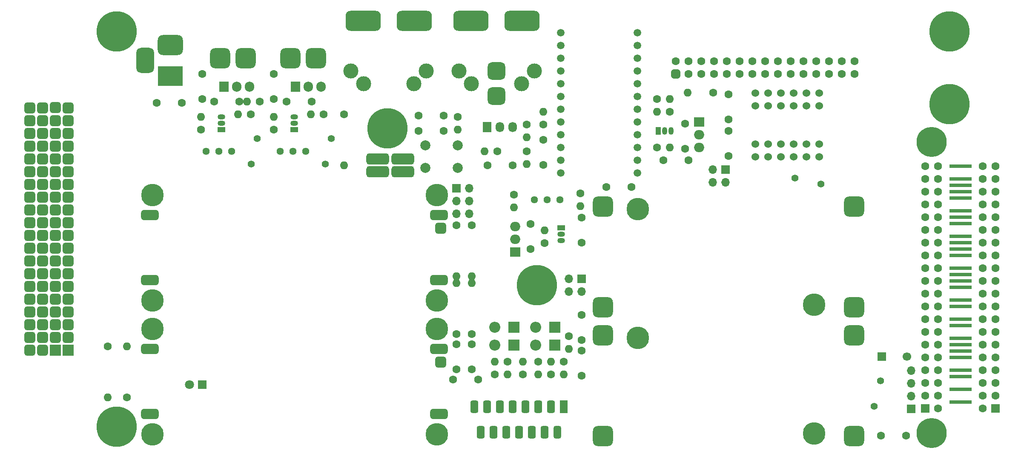
<source format=gbr>
%TF.GenerationSoftware,KiCad,Pcbnew,6.0.2-378541a8eb~116~ubuntu20.04.1*%
%TF.CreationDate,2022-03-22T16:19:33+00:00*%
%TF.ProjectId,Main board,4d61696e-2062-46f6-9172-642e6b696361,V1.0*%
%TF.SameCoordinates,Original*%
%TF.FileFunction,Soldermask,Bot*%
%TF.FilePolarity,Negative*%
%FSLAX46Y46*%
G04 Gerber Fmt 4.6, Leading zero omitted, Abs format (unit mm)*
G04 Created by KiCad (PCBNEW 6.0.2-378541a8eb~116~ubuntu20.04.1) date 2022-03-22 16:19:33*
%MOMM*%
%LPD*%
G01*
G04 APERTURE LIST*
G04 Aperture macros list*
%AMRoundRect*
0 Rectangle with rounded corners*
0 $1 Rounding radius*
0 $2 $3 $4 $5 $6 $7 $8 $9 X,Y pos of 4 corners*
0 Add a 4 corners polygon primitive as box body*
4,1,4,$2,$3,$4,$5,$6,$7,$8,$9,$2,$3,0*
0 Add four circle primitives for the rounded corners*
1,1,$1+$1,$2,$3*
1,1,$1+$1,$4,$5*
1,1,$1+$1,$6,$7*
1,1,$1+$1,$8,$9*
0 Add four rect primitives between the rounded corners*
20,1,$1+$1,$2,$3,$4,$5,0*
20,1,$1+$1,$4,$5,$6,$7,0*
20,1,$1+$1,$6,$7,$8,$9,0*
20,1,$1+$1,$8,$9,$2,$3,0*%
G04 Aperture macros list end*
%ADD10C,1.600000*%
%ADD11R,4.500000X0.750000*%
%ADD12R,1.700000X1.700000*%
%ADD13C,6.000000*%
%ADD14O,1.500000X1.050000*%
%ADD15R,1.500000X1.050000*%
%ADD16RoundRect,1.000000X-1.000000X-1.000000X1.000000X-1.000000X1.000000X1.000000X-1.000000X1.000000X0*%
%ADD17C,4.500000*%
%ADD18RoundRect,1.000000X1.000000X-1.000000X1.000000X1.000000X-1.000000X1.000000X-1.000000X-1.000000X0*%
%ADD19RoundRect,1.000000X-1.500000X1.000000X-1.500000X-1.000000X1.500000X-1.000000X1.500000X1.000000X0*%
%ADD20RoundRect,0.875000X-0.875000X1.625000X-0.875000X-1.625000X0.875000X-1.625000X0.875000X1.625000X0*%
%ADD21R,5.000000X4.000000*%
%ADD22C,1.400000*%
%ADD23O,2.000000X1.905000*%
%ADD24R,2.000000X1.905000*%
%ADD25O,1.905000X2.000000*%
%ADD26R,1.905000X2.000000*%
%ADD27O,1.600000X1.600000*%
%ADD28C,2.000000*%
%ADD29O,1.050000X1.500000*%
%ADD30R,1.050000X1.500000*%
%ADD31O,1.700000X1.700000*%
%ADD32RoundRect,0.450000X0.450000X0.450000X-0.450000X0.450000X-0.450000X-0.450000X0.450000X-0.450000X0*%
%ADD33C,8.000000*%
%ADD34RoundRect,0.550000X-0.550000X-0.550000X0.550000X-0.550000X0.550000X0.550000X-0.550000X0.550000X0*%
%ADD35RoundRect,0.500000X-1.250000X-0.500000X1.250000X-0.500000X1.250000X0.500000X-1.250000X0.500000X0*%
%ADD36C,1.500000*%
%ADD37RoundRect,1.000000X-2.500000X1.000000X-2.500000X-1.000000X2.500000X-1.000000X2.500000X1.000000X0*%
%ADD38RoundRect,0.875000X-0.875000X0.875000X-0.875000X-0.875000X0.875000X-0.875000X0.875000X0.875000X0*%
%ADD39C,3.000000*%
%ADD40O,2.200000X2.200000*%
%ADD41R,2.200000X2.200000*%
%ADD42C,1.524000*%
%ADD43C,1.440000*%
%ADD44RoundRect,0.562500X-1.687500X-0.562500X1.687500X-0.562500X1.687500X0.562500X-1.687500X0.562500X0*%
%ADD45C,1.700000*%
%ADD46RoundRect,0.400000X0.400000X0.850000X-0.400000X0.850000X-0.400000X-0.850000X0.400000X-0.850000X0*%
%ADD47RoundRect,0.375000X0.375000X0.875000X-0.375000X0.875000X-0.375000X-0.875000X0.375000X-0.875000X0*%
%ADD48R,1.600000X2.500000*%
%ADD49O,1.730000X2.030000*%
%ADD50R,1.730000X2.030000*%
%ADD51C,1.800000*%
%ADD52R,1.800000X1.800000*%
G04 APERTURE END LIST*
D10*
%TO.C,J10*%
X236982000Y-92920000D03*
D11*
X241427000Y-92920000D03*
D10*
X245872000Y-92920000D03*
X234442000Y-92920000D03*
X248412000Y-92920000D03*
X236982000Y-95460000D03*
D11*
X241427000Y-95460000D03*
D10*
X245872000Y-95460000D03*
D11*
X241427000Y-96730000D03*
D10*
X234442000Y-95460000D03*
X248412000Y-95460000D03*
X245872000Y-98000000D03*
D11*
X241427000Y-98000000D03*
D10*
X236982000Y-98000000D03*
X234442000Y-98000000D03*
X248412000Y-98000000D03*
D11*
X241427000Y-99270000D03*
D10*
X236982000Y-100540000D03*
X245872000Y-100540000D03*
X248412000Y-100540000D03*
D11*
X241427000Y-101810000D03*
D10*
X234442000Y-100540000D03*
D11*
X241427000Y-103080000D03*
D10*
X236982000Y-103080000D03*
X245872000Y-103080000D03*
D11*
X241427000Y-104350000D03*
D10*
X248412000Y-103080000D03*
X234442000Y-103080000D03*
X236982000Y-105620000D03*
X245872000Y-105620000D03*
X234442000Y-105620000D03*
X248412000Y-105620000D03*
D11*
X241427000Y-106890000D03*
X241427000Y-108160000D03*
D10*
X245872000Y-108160000D03*
X236982000Y-108160000D03*
X234442000Y-108160000D03*
X248412000Y-108160000D03*
D11*
X241427000Y-109430000D03*
D10*
X236982000Y-110700000D03*
D11*
X241427000Y-110700000D03*
D10*
X245872000Y-110700000D03*
X234442000Y-110700000D03*
X248412000Y-110700000D03*
X236982000Y-113240000D03*
X245872000Y-113240000D03*
D11*
X241427000Y-113240000D03*
D10*
X248412000Y-113240000D03*
X234442000Y-113240000D03*
D11*
X241427000Y-114510000D03*
D10*
X236982000Y-115780000D03*
X245872000Y-115780000D03*
D11*
X241427000Y-115780000D03*
X241427000Y-117050000D03*
D10*
X248412000Y-115780000D03*
X234442000Y-115780000D03*
X236982000Y-118320000D03*
X245872000Y-118320000D03*
X248412000Y-118320000D03*
X234442000Y-118320000D03*
D11*
X241427000Y-119590000D03*
D10*
X236982000Y-120860000D03*
D11*
X241427000Y-120860000D03*
D10*
X245872000Y-120860000D03*
X248412000Y-120860000D03*
X234442000Y-120860000D03*
X236982000Y-123400000D03*
X245872000Y-123400000D03*
D11*
X241427000Y-123400000D03*
D10*
X248412000Y-123400000D03*
D11*
X241427000Y-124670000D03*
D10*
X234442000Y-123400000D03*
X245872000Y-125940000D03*
X236982000Y-125940000D03*
X234442000Y-125940000D03*
X248412000Y-125940000D03*
D11*
X241427000Y-127210000D03*
D10*
X245872000Y-128480000D03*
D11*
X241427000Y-128480000D03*
D10*
X236982000Y-128480000D03*
X234442000Y-128480000D03*
D11*
X241427000Y-129750000D03*
D10*
X248412000Y-128480000D03*
X236982000Y-131020000D03*
X245872000Y-131020000D03*
D11*
X241427000Y-131020000D03*
D10*
X234442000Y-131020000D03*
X248412000Y-131020000D03*
X245872000Y-133560000D03*
D11*
X241427000Y-133560000D03*
D10*
X236982000Y-133560000D03*
D11*
X241427000Y-134830000D03*
D10*
X234442000Y-133560000D03*
X248412000Y-133560000D03*
X236982000Y-136100000D03*
X245872000Y-136100000D03*
D11*
X241427000Y-137370000D03*
D10*
X234442000Y-136100000D03*
X248412000Y-136100000D03*
X245872000Y-138640000D03*
X236982000Y-138640000D03*
D11*
X241427000Y-139910000D03*
D10*
X234442000Y-138640000D03*
X248412000Y-138640000D03*
X245872000Y-141180000D03*
X236982000Y-141180000D03*
D12*
X234442000Y-141180000D03*
X248412000Y-141180000D03*
D13*
X235712000Y-88050000D03*
X235712000Y-146050000D03*
%TD*%
D14*
%TO.C,U2*%
X94488000Y-83058000D03*
X94488000Y-84328000D03*
D15*
X94488000Y-85598000D03*
%TD*%
D14*
%TO.C,U5*%
X108966000Y-83058000D03*
X108966000Y-84328000D03*
D15*
X108966000Y-85598000D03*
%TD*%
D16*
%TO.C,U6*%
X220307000Y-146619000D03*
X220307000Y-126619000D03*
X170307000Y-146619000D03*
X170307000Y-126619000D03*
D17*
X177307000Y-127119000D03*
X212307000Y-146119000D03*
%TD*%
D18*
%TO.C,J3*%
X94234000Y-71374000D03*
X99314000Y-71374000D03*
%TD*%
D19*
%TO.C,J1*%
X84328000Y-68730000D03*
D20*
X79328000Y-71830000D03*
D21*
X84328000Y-74930000D03*
%TD*%
D22*
%TO.C,F4*%
X213634000Y-96469200D03*
X208534000Y-95250000D03*
%TD*%
%TO.C,F2*%
X115112800Y-92476000D03*
X116332000Y-87376000D03*
%TD*%
D23*
%TO.C,D8*%
X189484000Y-89154000D03*
X189484000Y-86614000D03*
D24*
X189484000Y-84074000D03*
%TD*%
D25*
%TO.C,D1*%
X100076000Y-77089000D03*
X97536000Y-77089000D03*
D26*
X94996000Y-77089000D03*
%TD*%
D25*
%TO.C,D6*%
X114300000Y-77089000D03*
X111760000Y-77089000D03*
D26*
X109220000Y-77089000D03*
%TD*%
D10*
%TO.C,C15*%
X195326000Y-90852000D03*
X195326000Y-85852000D03*
%TD*%
%TO.C,C14*%
X195326000Y-78566000D03*
X195326000Y-83566000D03*
%TD*%
%TO.C,C22*%
X230632000Y-146558000D03*
X225632000Y-146558000D03*
%TD*%
%TO.C,C21*%
X147400000Y-92710000D03*
X152400000Y-92710000D03*
%TD*%
%TO.C,C8*%
X158496000Y-92630000D03*
X158496000Y-87630000D03*
%TD*%
%TO.C,C7*%
X133684000Y-82804000D03*
X138684000Y-82804000D03*
%TD*%
D27*
%TO.C,R2*%
X99568000Y-80010000D03*
D10*
X102108000Y-80010000D03*
%TD*%
D27*
%TO.C,R21*%
X181102000Y-82042000D03*
D10*
X181102000Y-79502000D03*
%TD*%
D27*
%TO.C,R5*%
X141478000Y-85598000D03*
D10*
X141478000Y-83058000D03*
%TD*%
D27*
%TO.C,R22*%
X183642000Y-89154000D03*
D10*
X181102000Y-89154000D03*
%TD*%
D27*
%TO.C,R3*%
X90424000Y-83058000D03*
D10*
X90424000Y-85598000D03*
%TD*%
D22*
%TO.C,F1*%
X100380800Y-92476000D03*
X101600000Y-87376000D03*
%TD*%
D10*
%TO.C,C11*%
X107442000Y-80010000D03*
X112442000Y-80010000D03*
%TD*%
%TO.C,C3*%
X93044000Y-80010000D03*
X98044000Y-80010000D03*
%TD*%
D28*
%TO.C,SW1*%
X134978000Y-88718000D03*
X141478000Y-88718000D03*
X134978000Y-93218000D03*
X141478000Y-93218000D03*
%TD*%
D10*
%TO.C,C1*%
X81614000Y-80264000D03*
X86614000Y-80264000D03*
%TD*%
%TO.C,C10*%
X104902000Y-74502000D03*
X104902000Y-79502000D03*
%TD*%
%TO.C,C16*%
X176022000Y-97028000D03*
X171022000Y-97028000D03*
%TD*%
D27*
%TO.C,R1*%
X97790000Y-82550000D03*
D10*
X100330000Y-82550000D03*
%TD*%
%TO.C,C18*%
X186690000Y-84408000D03*
X186690000Y-89408000D03*
%TD*%
%TO.C,C17*%
X187372000Y-91694000D03*
X182372000Y-91694000D03*
%TD*%
%TO.C,C2*%
X90678000Y-74502000D03*
X90678000Y-79502000D03*
%TD*%
D29*
%TO.C,U11*%
X183896000Y-85852000D03*
X182626000Y-85852000D03*
D30*
X181356000Y-85852000D03*
%TD*%
D27*
%TO.C,R29*%
X183642000Y-79502000D03*
D10*
X183642000Y-82042000D03*
%TD*%
%TO.C,C19*%
X141224000Y-133397000D03*
X141224000Y-128397000D03*
%TD*%
%TO.C,C9*%
X133684000Y-85852000D03*
X138684000Y-85852000D03*
%TD*%
D31*
%TO.C,JP12*%
X192151000Y-96139000D03*
X192151000Y-93599000D03*
X194691000Y-96139000D03*
D12*
X194691000Y-93599000D03*
%TD*%
D31*
%TO.C,JP1*%
X163576000Y-117856000D03*
X163576000Y-115316000D03*
X166116000Y-117856000D03*
D12*
X166116000Y-115316000D03*
%TD*%
D10*
%TO.C,J7*%
X220345000Y-72009000D03*
X220345000Y-74549000D03*
X217805000Y-72009000D03*
X217805000Y-74549000D03*
X215265000Y-72009000D03*
X215265000Y-74549000D03*
X212725000Y-72009000D03*
X212725000Y-74549000D03*
X210185000Y-72009000D03*
X210185000Y-74549000D03*
X207645000Y-72009000D03*
X207645000Y-74549000D03*
X205105000Y-72009000D03*
X205105000Y-74549000D03*
X202565000Y-72009000D03*
X202565000Y-74549000D03*
X200025000Y-72009000D03*
X200025000Y-74549000D03*
X197485000Y-72009000D03*
X197485000Y-74549000D03*
X194945000Y-72009000D03*
X194945000Y-74549000D03*
X192405000Y-72009000D03*
X192405000Y-74549000D03*
X189865000Y-72009000D03*
X189865000Y-74549000D03*
X187325000Y-72009000D03*
X187325000Y-74549000D03*
X184785000Y-72009000D03*
D32*
X184785000Y-74549000D03*
%TD*%
D27*
%TO.C,R16*%
X187198000Y-78232000D03*
D10*
X192278000Y-78232000D03*
%TD*%
D14*
%TO.C,U7*%
X162052000Y-107696000D03*
X162052000Y-106426000D03*
D15*
X162052000Y-105156000D03*
%TD*%
D27*
%TO.C,R8*%
X151384000Y-134366000D03*
D10*
X151384000Y-131826000D03*
%TD*%
D23*
%TO.C,D7*%
X152908000Y-104902000D03*
X152908000Y-107442000D03*
D24*
X152908000Y-109982000D03*
%TD*%
D27*
%TO.C,R4*%
X160020000Y-131826000D03*
D10*
X160020000Y-134366000D03*
%TD*%
D27*
%TO.C,R7*%
X154432000Y-131826000D03*
D10*
X154432000Y-134366000D03*
%TD*%
D27*
%TO.C,R17*%
X152654000Y-101092000D03*
D10*
X152654000Y-98552000D03*
%TD*%
%TO.C,C12*%
X166116000Y-108124000D03*
X166116000Y-103124000D03*
%TD*%
D27*
%TO.C,R19*%
X165862000Y-100838000D03*
D10*
X165862000Y-98298000D03*
%TD*%
D27*
%TO.C,R18*%
X158750000Y-105664000D03*
D10*
X158750000Y-108204000D03*
%TD*%
%TO.C,C4*%
X140542000Y-135382000D03*
X145542000Y-135382000D03*
%TD*%
D27*
%TO.C,R6*%
X157480000Y-134366000D03*
D10*
X157480000Y-131826000D03*
%TD*%
D33*
%TO.C,H1*%
X239268000Y-66040000D03*
%TD*%
%TO.C,H3*%
X239268000Y-80518000D03*
%TD*%
%TO.C,H5*%
X73660000Y-66040000D03*
%TD*%
%TO.C,H4*%
X127508000Y-85344000D03*
%TD*%
D34*
%TO.C,U4*%
X138084000Y-105296000D03*
D35*
X137764000Y-115616000D03*
X137764000Y-102616000D03*
X80264000Y-115616000D03*
X80264000Y-102616000D03*
D17*
X137264000Y-119616000D03*
X80764000Y-98616000D03*
X80764000Y-119616000D03*
X137264000Y-98616000D03*
%TD*%
D27*
%TO.C,R27*%
X144272000Y-114808000D03*
D10*
X144272000Y-104648000D03*
%TD*%
D27*
%TO.C,R9*%
X158496000Y-82042000D03*
D10*
X158496000Y-84582000D03*
%TD*%
D27*
%TO.C,R26*%
X141224000Y-114808000D03*
D10*
X141224000Y-104648000D03*
%TD*%
%TO.C,C5*%
X166116000Y-134620000D03*
X166116000Y-129620000D03*
%TD*%
%TO.C,C20*%
X144272000Y-133397000D03*
X144272000Y-128397000D03*
%TD*%
%TO.C,C13*%
X155956000Y-109394000D03*
X155956000Y-104394000D03*
%TD*%
D34*
%TO.C,U1*%
X138084000Y-131966000D03*
D35*
X137764000Y-142286000D03*
X137764000Y-129286000D03*
X80264000Y-142286000D03*
X80264000Y-129286000D03*
D17*
X137264000Y-125286000D03*
X137264000Y-146286000D03*
X80764000Y-146286000D03*
X80764000Y-125286000D03*
%TD*%
D27*
%TO.C,R14*%
X118872000Y-92710000D03*
D10*
X118872000Y-82550000D03*
%TD*%
D27*
%TO.C,R13*%
X112268000Y-82550000D03*
D10*
X114808000Y-82550000D03*
%TD*%
D27*
%TO.C,R15*%
X104902000Y-83058000D03*
D10*
X104902000Y-85598000D03*
%TD*%
D33*
%TO.C,H2*%
X73660000Y-144780000D03*
%TD*%
D16*
%TO.C,U10*%
X220307000Y-120965000D03*
X220307000Y-100965000D03*
X170307000Y-120965000D03*
X170307000Y-100965000D03*
D17*
X177307000Y-101465000D03*
X212307000Y-120465000D03*
%TD*%
D22*
%TO.C,F3*%
X225501200Y-135616000D03*
X224282000Y-140716000D03*
%TD*%
D36*
%TO.C,U8*%
X177165000Y-66294000D03*
X177165000Y-68834000D03*
X177165000Y-71374000D03*
X177165000Y-73914000D03*
X177165000Y-76454000D03*
X177165000Y-78994000D03*
X177165000Y-81534000D03*
X177165000Y-84074000D03*
X177165000Y-86614000D03*
X177165000Y-89154000D03*
X177165000Y-91694000D03*
X177165000Y-94234000D03*
X161925000Y-94234000D03*
X161925000Y-91694000D03*
X161925000Y-89154000D03*
X161925000Y-86614000D03*
X161925000Y-84074000D03*
X161925000Y-81534000D03*
X161925000Y-78994000D03*
X161925000Y-76454000D03*
X161925000Y-73914000D03*
X161925000Y-71374000D03*
X161925000Y-68834000D03*
X161925000Y-66294000D03*
%TD*%
D37*
%TO.C,J6*%
X144098000Y-63954000D03*
X154258000Y-63954000D03*
D38*
X149178000Y-78954000D03*
D39*
X154178000Y-76454000D03*
X144178000Y-76454000D03*
X156678000Y-73954000D03*
D38*
X149178000Y-73954000D03*
D39*
X141678000Y-73954000D03*
%TD*%
D37*
%TO.C,J4*%
X122635000Y-63954000D03*
X132795000Y-63954000D03*
D39*
X132715000Y-76454000D03*
X122715000Y-76454000D03*
X135215000Y-73954000D03*
X120215000Y-73954000D03*
%TD*%
D18*
%TO.C,J8*%
X108204000Y-71374000D03*
X113284000Y-71374000D03*
%TD*%
D27*
%TO.C,R11*%
X162560000Y-134366000D03*
D10*
X162560000Y-131826000D03*
%TD*%
D27*
%TO.C,R30*%
X75692000Y-128778000D03*
D10*
X75692000Y-138938000D03*
%TD*%
D40*
%TO.C,D4*%
X148844000Y-128524000D03*
D41*
X152654000Y-128524000D03*
%TD*%
D42*
%TO.C,U9*%
X205740000Y-78359000D03*
X200660000Y-80899000D03*
X200660000Y-78359000D03*
X203200000Y-80899000D03*
X205740000Y-80899000D03*
X203200000Y-78359000D03*
X208280000Y-80899000D03*
X210820000Y-78359000D03*
X210820000Y-80899000D03*
X213360000Y-78359000D03*
X213360000Y-80899000D03*
X208280000Y-78359000D03*
X213360000Y-91059000D03*
X208280000Y-88519000D03*
X213360000Y-88519000D03*
X210820000Y-91059000D03*
X208280000Y-91059000D03*
X210820000Y-88519000D03*
X203200000Y-88519000D03*
X205740000Y-91059000D03*
X203200000Y-91059000D03*
X200660000Y-88519000D03*
X200660000Y-91059000D03*
X205740000Y-88519000D03*
%TD*%
D10*
%TO.C,C6*%
X166116000Y-122508000D03*
X166116000Y-127508000D03*
%TD*%
D27*
%TO.C,R12*%
X148844000Y-131826000D03*
D10*
X148844000Y-134366000D03*
%TD*%
D34*
%TO.C,J5*%
X58928000Y-81280000D03*
X56388000Y-81280000D03*
X61467999Y-81247551D03*
X64008000Y-81280000D03*
X56388000Y-83820000D03*
X58928000Y-83820000D03*
X64008000Y-83820000D03*
X61468000Y-83820000D03*
X58928000Y-86360000D03*
X56388000Y-86360000D03*
X61468000Y-86360000D03*
X64008000Y-86360000D03*
X56388000Y-88900000D03*
X58928000Y-88900000D03*
X64008000Y-88900000D03*
X61468000Y-88900000D03*
X58928000Y-91440000D03*
X56388000Y-91440000D03*
X64008000Y-91440000D03*
X61468000Y-91440000D03*
X56388000Y-93980000D03*
X58928000Y-93980000D03*
X64008000Y-93980000D03*
X61468000Y-93980000D03*
X56388000Y-96520000D03*
X58928000Y-96520000D03*
X64008000Y-96520000D03*
X61468000Y-96520000D03*
X56388000Y-99060000D03*
X58928000Y-99060000D03*
X61468000Y-99060000D03*
X64008000Y-99060000D03*
X58928000Y-101600000D03*
X56388000Y-101600000D03*
X61468000Y-101600000D03*
X64008000Y-101600000D03*
X56388000Y-104140000D03*
X58928000Y-104140000D03*
X64008000Y-104140000D03*
X61467999Y-104134347D03*
X56388000Y-106680000D03*
X58928000Y-106680000D03*
X61468000Y-106680000D03*
X64008000Y-106680000D03*
X56388000Y-109220000D03*
X58928000Y-109220000D03*
X64008000Y-109220000D03*
X61468000Y-109220000D03*
X58928000Y-111760000D03*
X56388000Y-111760000D03*
X61468000Y-111760000D03*
X64008000Y-111760000D03*
X56388000Y-114300000D03*
X58928000Y-114300000D03*
X64008000Y-114300000D03*
X61468000Y-114300000D03*
X58928000Y-116840000D03*
X56388000Y-116840000D03*
X61468000Y-116840000D03*
X64008000Y-116840000D03*
X58928000Y-119380000D03*
X56388000Y-119380000D03*
X64008000Y-119380000D03*
X61468000Y-119380000D03*
X56388000Y-121920000D03*
X58928000Y-121920000D03*
X64008000Y-121920000D03*
X61468000Y-121920000D03*
X58928000Y-124460000D03*
X56388000Y-124460000D03*
X64008000Y-124460000D03*
X61468000Y-124460000D03*
X58928000Y-127000000D03*
X56388000Y-127000000D03*
X61468000Y-127000000D03*
X64008000Y-127000000D03*
X56388000Y-129540000D03*
X58928000Y-129540000D03*
D41*
X61468000Y-129540000D03*
X64008000Y-129540000D03*
%TD*%
D27*
%TO.C,R24*%
X141224000Y-116205000D03*
D10*
X141224000Y-126365000D03*
%TD*%
D31*
%TO.C,J9*%
X231648000Y-133604000D03*
X231648000Y-136144000D03*
X231648000Y-138684000D03*
D12*
X231648000Y-141224000D03*
%TD*%
D27*
%TO.C,R10*%
X163576000Y-129286000D03*
D10*
X163576000Y-126746000D03*
%TD*%
D31*
%TO.C,JP14*%
X143764000Y-102362000D03*
X141224000Y-102362000D03*
X143764000Y-99822000D03*
X141224000Y-99822000D03*
X143764000Y-97282000D03*
D12*
X141224000Y-97282000D03*
%TD*%
D43*
%TO.C,RV3*%
X161798000Y-99568000D03*
X159258000Y-99568000D03*
X156718000Y-99568000D03*
%TD*%
D44*
%TO.C,J2*%
X125516000Y-93980000D03*
X130516000Y-93980000D03*
X125516000Y-91440000D03*
X130516000Y-91440000D03*
%TD*%
D43*
%TO.C,RV2*%
X106172000Y-89916000D03*
X108712000Y-89916000D03*
X111252000Y-89916000D03*
%TD*%
D27*
%TO.C,R28*%
X155194000Y-92456000D03*
D10*
X155194000Y-89916000D03*
%TD*%
D45*
%TO.C,C23*%
X230806000Y-130810000D03*
D12*
X225806000Y-130810000D03*
%TD*%
D33*
%TO.C,H6*%
X157226000Y-116586000D03*
%TD*%
D40*
%TO.C,D5*%
X148844000Y-124968000D03*
D41*
X152654000Y-124968000D03*
%TD*%
D40*
%TO.C,D2*%
X156972000Y-128524000D03*
D41*
X160782000Y-128524000D03*
%TD*%
D27*
%TO.C,R20*%
X146812000Y-89916000D03*
D10*
X149352000Y-89916000D03*
%TD*%
D46*
%TO.C,U3*%
X144780000Y-140826000D03*
X146050000Y-145906000D03*
X147320000Y-140826000D03*
X148590000Y-145906000D03*
X149860000Y-140826000D03*
X151130000Y-145906000D03*
X152400000Y-140826000D03*
X153670000Y-145906000D03*
X154940000Y-140826000D03*
X156210000Y-145906000D03*
X157480000Y-140826000D03*
X158750000Y-145906000D03*
X160020000Y-140826000D03*
D47*
X161290000Y-145906000D03*
D48*
X162560000Y-140826000D03*
%TD*%
D40*
%TO.C,D3*%
X156972000Y-124968000D03*
D41*
X160782000Y-124968000D03*
%TD*%
D27*
%TO.C,R31*%
X71882000Y-138938000D03*
D10*
X71882000Y-128778000D03*
%TD*%
D27*
%TO.C,R25*%
X144272000Y-116205000D03*
D10*
X144272000Y-126365000D03*
%TD*%
D27*
%TO.C,R23*%
X155194000Y-87122000D03*
D10*
X155194000Y-84582000D03*
%TD*%
D43*
%TO.C,RV1*%
X91440000Y-89916000D03*
X93980000Y-89916000D03*
X96520000Y-89916000D03*
%TD*%
D49*
%TO.C,J11*%
X152400000Y-85090000D03*
X149860000Y-85090000D03*
D50*
X147320000Y-85090000D03*
%TD*%
D51*
%TO.C,D9*%
X88138000Y-136398000D03*
D52*
X90678000Y-136398000D03*
%TD*%
M02*

</source>
